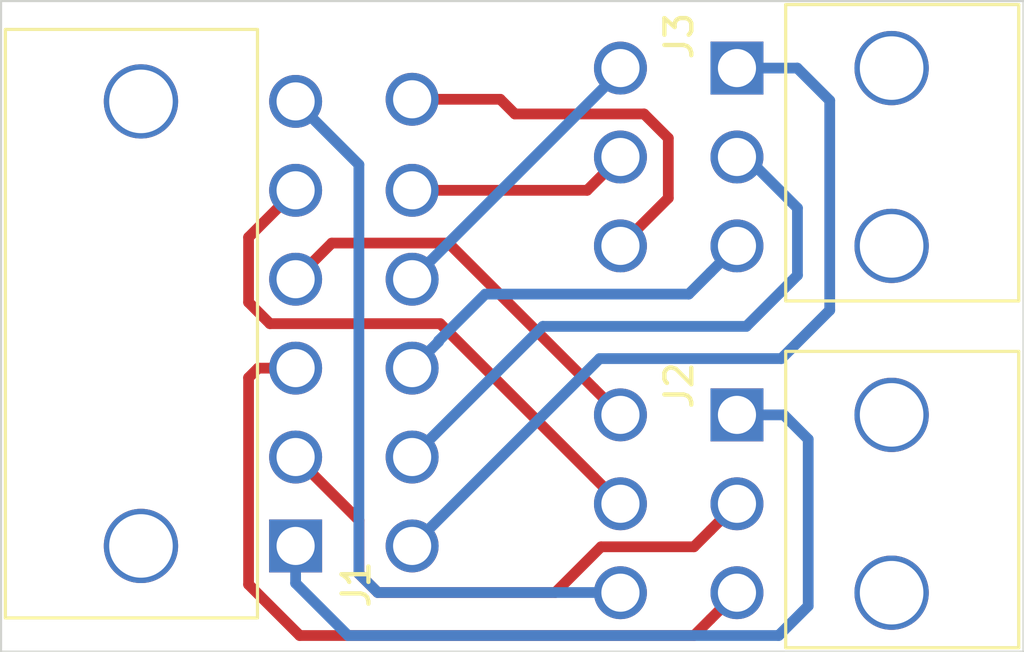
<source format=kicad_pcb>
(kicad_pcb (version 4) (host pcbnew 4.0.7-e1-6374~58~ubuntu16.04.1)

  (general
    (links 12)
    (no_connects 12)
    (area 81.737999 82.880999 130.098001 113.715001)
    (thickness 1.6)
    (drawings 4)
    (tracks 65)
    (zones 0)
    (modules 3)
    (nets 13)
  )

  (page USLetter)
  (layers
    (0 F.Cu signal)
    (31 B.Cu signal)
    (32 B.Adhes user)
    (33 F.Adhes user)
    (34 B.Paste user)
    (35 F.Paste user)
    (36 B.SilkS user)
    (37 F.SilkS user)
    (38 B.Mask user)
    (39 F.Mask user)
    (40 Dwgs.User user)
    (41 Cmts.User user)
    (42 Eco1.User user)
    (43 Eco2.User user)
    (44 Edge.Cuts user)
    (45 Margin user)
    (46 B.CrtYd user)
    (47 F.CrtYd user)
    (48 B.Fab user)
    (49 F.Fab user)
  )

  (setup
    (last_trace_width 0.508)
    (user_trace_width 0.254)
    (user_trace_width 0.346)
    (user_trace_width 0.508)
    (user_trace_width 1)
    (trace_clearance 0.2032)
    (zone_clearance 0.508)
    (zone_45_only yes)
    (trace_min 0.254)
    (segment_width 0.2)
    (edge_width 0.1)
    (via_size 1)
    (via_drill 0.6)
    (via_min_size 0.4)
    (via_min_drill 0.3)
    (user_via 0.8 0.4)
    (user_via 1 0.6)
    (user_via 1.5 0.8)
    (uvia_size 1)
    (uvia_drill 0.6)
    (uvias_allowed no)
    (uvia_min_size 0)
    (uvia_min_drill 0)
    (pcb_text_width 0.2032)
    (pcb_text_size 1.27 1.27)
    (mod_edge_width 0.15)
    (mod_text_size 1.27 1.27)
    (mod_text_width 0.2032)
    (pad_size 3.9 3.9)
    (pad_drill 3.5)
    (pad_to_mask_clearance 0)
    (aux_axis_origin 0 0)
    (grid_origin 11.938 11.938)
    (visible_elements FFFFFF7F)
    (pcbplotparams
      (layerselection 0x010f0_80000001)
      (usegerberextensions true)
      (excludeedgelayer true)
      (linewidth 0.100000)
      (plotframeref false)
      (viasonmask true)
      (mode 1)
      (useauxorigin false)
      (hpglpennumber 1)
      (hpglpenspeed 20)
      (hpglpendiameter 15)
      (hpglpenoverlay 2)
      (psnegative false)
      (psa4output false)
      (plotreference true)
      (plotvalue true)
      (plotinvisibletext false)
      (padsonsilk false)
      (subtractmaskfromsilk false)
      (outputformat 1)
      (mirror false)
      (drillshape 0)
      (scaleselection 1)
      (outputdirectory Gerber/))
  )

  (net 0 "")
  (net 1 "Net-(J1-Pad12)")
  (net 2 "Net-(J1-Pad11)")
  (net 3 "Net-(J1-Pad10)")
  (net 4 "Net-(J1-Pad9)")
  (net 5 "Net-(J1-Pad8)")
  (net 6 "Net-(J1-Pad7)")
  (net 7 "Net-(J1-Pad6)")
  (net 8 "Net-(J1-Pad5)")
  (net 9 "Net-(J1-Pad4)")
  (net 10 "Net-(J1-Pad1)")
  (net 11 "Net-(J1-Pad2)")
  (net 12 "Net-(J1-Pad3)")

  (net_class Default "This is the default net class."
    (clearance 0.2032)
    (trace_width 0.254)
    (via_dia 1)
    (via_drill 0.6)
    (uvia_dia 1)
    (uvia_drill 0.6)
    (add_net "Net-(J1-Pad1)")
    (add_net "Net-(J1-Pad10)")
    (add_net "Net-(J1-Pad11)")
    (add_net "Net-(J1-Pad12)")
    (add_net "Net-(J1-Pad2)")
    (add_net "Net-(J1-Pad3)")
    (add_net "Net-(J1-Pad4)")
    (add_net "Net-(J1-Pad5)")
    (add_net "Net-(J1-Pad6)")
    (add_net "Net-(J1-Pad7)")
    (add_net "Net-(J1-Pad8)")
    (add_net "Net-(J1-Pad9)")
  )

  (module Connectors:649006227222 (layer F.Cu) (tedit 593D97E4) (tstamp 59939752)
    (at 123.825 90.297 90)
    (path /5993713E)
    (fp_text reference J3 (at 5.715 -10.033 90) (layer F.SilkS)
      (effects (font (size 1.27 1.27) (thickness 0.2032)))
    )
    (fp_text value 649006227222 (at 11.3 0.6 180) (layer F.Fab) hide
      (effects (font (size 1.27 1.27) (thickness 0.2032)))
    )
    (fp_line (start 7.2 -5) (end 7.2 6) (layer F.SilkS) (width 0.15))
    (fp_line (start -6.8 6) (end -6.8 -5) (layer F.SilkS) (width 0.15))
    (fp_line (start 7.2 -5) (end -6.8 -5) (layer F.SilkS) (width 0.15))
    (fp_line (start 7.2 6) (end -6.8 6) (layer F.SilkS) (width 0.15))
    (pad 7 thru_hole circle (at 4.2 0 90) (size 3.508 3.508) (drill 3) (layers *.Cu *.Mask))
    (pad 3 thru_hole circle (at -4.2 -7.3 90) (size 2.5 2.5) (drill 1.8) (layers *.Cu *.Mask)
      (net 4 "Net-(J1-Pad9)"))
    (pad 2 thru_hole circle (at 0 -7.3 90) (size 2.5 2.5) (drill 1.8) (layers *.Cu *.Mask)
      (net 5 "Net-(J1-Pad8)"))
    (pad 1 thru_hole rect (at 4.2 -7.3 90) (size 2.5 2.5) (drill 1.8) (layers *.Cu *.Mask)
      (net 6 "Net-(J1-Pad7)"))
    (pad 4 thru_hole circle (at 4.2 -12.8 90) (size 2.5 2.5) (drill 1.8) (layers *.Cu *.Mask)
      (net 3 "Net-(J1-Pad10)"))
    (pad 5 thru_hole circle (at 0 -12.8 90) (size 2.5 2.5) (drill 1.8) (layers *.Cu *.Mask)
      (net 2 "Net-(J1-Pad11)"))
    (pad 6 thru_hole circle (at -4.2 -12.8 90) (size 2.5 2.5) (drill 1.8) (layers *.Cu *.Mask)
      (net 1 "Net-(J1-Pad12)"))
    (pad 8 thru_hole circle (at -4.2 0 90) (size 3.508 3.508) (drill 3) (layers *.Cu *.Mask))
    (model Connectors/649006227222.wrl
      (at (xyz 0 -0.005 0.21))
      (scale (xyz 0.3937 0.3937 0.3937))
      (rotate (xyz 0 0 0))
    )
  )

  (module Connectors:649006227222 (layer F.Cu) (tedit 593D97E4) (tstamp 59939742)
    (at 123.825 106.68 90)
    (path /599372BE)
    (fp_text reference J2 (at 5.588 -10.033 90) (layer F.SilkS)
      (effects (font (size 1.27 1.27) (thickness 0.2032)))
    )
    (fp_text value 649006227222 (at 11.3 0.6 180) (layer F.Fab) hide
      (effects (font (size 1.27 1.27) (thickness 0.2032)))
    )
    (fp_line (start 7.2 6) (end -6.8 6) (layer F.SilkS) (width 0.15))
    (fp_line (start 7.2 -5) (end -6.8 -5) (layer F.SilkS) (width 0.15))
    (fp_line (start -6.8 6) (end -6.8 -5) (layer F.SilkS) (width 0.15))
    (fp_line (start 7.2 -5) (end 7.2 6) (layer F.SilkS) (width 0.15))
    (pad 8 thru_hole circle (at -4.2 0 90) (size 3.508 3.508) (drill 3) (layers *.Cu *.Mask))
    (pad 6 thru_hole circle (at -4.2 -12.8 90) (size 2.5 2.5) (drill 1.8) (layers *.Cu *.Mask)
      (net 7 "Net-(J1-Pad6)"))
    (pad 5 thru_hole circle (at 0 -12.8 90) (size 2.5 2.5) (drill 1.8) (layers *.Cu *.Mask)
      (net 8 "Net-(J1-Pad5)"))
    (pad 4 thru_hole circle (at 4.2 -12.8 90) (size 2.5 2.5) (drill 1.8) (layers *.Cu *.Mask)
      (net 9 "Net-(J1-Pad4)"))
    (pad 1 thru_hole rect (at 4.2 -7.3 90) (size 2.5 2.5) (drill 1.8) (layers *.Cu *.Mask)
      (net 10 "Net-(J1-Pad1)"))
    (pad 2 thru_hole circle (at 0 -7.3 90) (size 2.5 2.5) (drill 1.8) (layers *.Cu *.Mask)
      (net 11 "Net-(J1-Pad2)"))
    (pad 3 thru_hole circle (at -4.2 -7.3 90) (size 2.5 2.5) (drill 1.8) (layers *.Cu *.Mask)
      (net 12 "Net-(J1-Pad3)"))
    (pad 7 thru_hole circle (at 4.2 0 90) (size 3.508 3.508) (drill 3) (layers *.Cu *.Mask))
    (model Connectors/649006227222.wrl
      (at (xyz 0 -0.005 0.21))
      (scale (xyz 0.3937 0.3937 0.3937))
      (rotate (xyz 0 0 0))
    )
  )

  (module Connectors:649012227222 (layer F.Cu) (tedit 59937039) (tstamp 59939732)
    (at 88.392 98.171 270)
    (path /599373EA)
    (fp_text reference J1 (at 12.319 -10.16 270) (layer F.SilkS)
      (effects (font (size 1.27 1.27) (thickness 0.2032)))
    )
    (fp_text value 649012227222 (at 0 8 270) (layer F.Fab) hide
      (effects (font (size 1.27 1.27) (thickness 0.2032)))
    )
    (fp_line (start -13.9 -5.5) (end -13.9 6.4) (layer F.SilkS) (width 0.15))
    (fp_line (start 13.9 -5.5) (end 13.9 6.4) (layer F.SilkS) (width 0.15))
    (fp_line (start -13.9 6.4) (end 13.9 6.4) (layer F.SilkS) (width 0.15))
    (fp_line (start -13.9 -5.5) (end 13.9 -5.5) (layer F.SilkS) (width 0.15))
    (pad 14 thru_hole circle (at -10.5 0 270) (size 3.508 3.508) (drill 3) (layers *.Cu *.Mask))
    (pad 12 thru_hole circle (at -10.6 -12.8 270) (size 2.5 2.5) (drill 1.8) (layers *.Cu *.Mask)
      (net 1 "Net-(J1-Pad12)"))
    (pad 11 thru_hole circle (at -6.3 -12.8 270) (size 2.5 2.5) (drill 1.8) (layers *.Cu *.Mask)
      (net 2 "Net-(J1-Pad11)"))
    (pad 10 thru_hole circle (at -2.1 -12.8 270) (size 2.5 2.5) (drill 1.8) (layers *.Cu *.Mask)
      (net 3 "Net-(J1-Pad10)"))
    (pad 9 thru_hole circle (at 2.1 -12.8 270) (size 2.5 2.5) (drill 1.8) (layers *.Cu *.Mask)
      (net 4 "Net-(J1-Pad9)"))
    (pad 8 thru_hole circle (at 6.3 -12.8 270) (size 2.5 2.5) (drill 1.8) (layers *.Cu *.Mask)
      (net 5 "Net-(J1-Pad8)"))
    (pad 7 thru_hole circle (at 10.5 -12.8 270) (size 2.5 2.5) (drill 1.8) (layers *.Cu *.Mask)
      (net 6 "Net-(J1-Pad7)"))
    (pad 6 thru_hole circle (at -10.5 -7.3 270) (size 2.5 2.5) (drill 1.8) (layers *.Cu *.Mask)
      (net 7 "Net-(J1-Pad6)"))
    (pad 5 thru_hole circle (at -6.3 -7.3 270) (size 2.5 2.5) (drill 1.8) (layers *.Cu *.Mask)
      (net 8 "Net-(J1-Pad5)"))
    (pad 4 thru_hole circle (at -2.1 -7.3 270) (size 2.5 2.5) (drill 1.8) (layers *.Cu *.Mask)
      (net 9 "Net-(J1-Pad4)"))
    (pad 1 thru_hole rect (at 10.5 -7.3 270) (size 2.5 2.5) (drill 1.8) (layers *.Cu *.Mask)
      (net 10 "Net-(J1-Pad1)"))
    (pad 2 thru_hole circle (at 6.3 -7.3 270) (size 2.5 2.5) (drill 1.8) (layers *.Cu *.Mask)
      (net 11 "Net-(J1-Pad2)"))
    (pad 3 thru_hole circle (at 2.1 -7.3 270) (size 2.5 2.5) (drill 1.8) (layers *.Cu *.Mask)
      (net 12 "Net-(J1-Pad3)"))
    (pad 13 thru_hole circle (at 10.5 0 270) (size 3.508 3.508) (drill 3) (layers *.Cu *.Mask))
    (model ${KISYS3DMOD}/Connectors/649012227222.wrl
      (at (xyz 0 -0.004921259842519685 0.1968503937007874))
      (scale (xyz 0.3937 0.3937 0.3937))
      (rotate (xyz 0 0 0))
    )
  )

  (gr_line (start 130.048 82.931) (end 81.788 82.931) (layer Edge.Cuts) (width 0.1))
  (gr_line (start 130.048 113.665) (end 130.048 82.931) (layer Edge.Cuts) (width 0.1))
  (gr_line (start 81.788 113.665) (end 130.048 113.665) (layer Edge.Cuts) (width 0.1))
  (gr_line (start 81.788 82.931) (end 81.788 113.665) (layer Edge.Cuts) (width 0.1))

  (segment (start 101.192 87.571) (end 105.351 87.571) (width 0.508) (layer F.Cu) (net 1))
  (segment (start 112.141 88.265) (end 113.284 89.408) (width 0.508) (layer F.Cu) (net 1))
  (segment (start 113.284 89.408) (end 113.284 92.238) (width 0.508) (layer F.Cu) (net 1))
  (segment (start 105.351 87.571) (end 106.045 88.265) (width 0.508) (layer F.Cu) (net 1))
  (segment (start 106.045 88.265) (end 112.141 88.265) (width 0.508) (layer F.Cu) (net 1))
  (segment (start 113.284 92.238) (end 111.025 94.497) (width 0.508) (layer F.Cu) (net 1))
  (segment (start 101.192 91.871) (end 109.451 91.871) (width 0.508) (layer F.Cu) (net 2))
  (segment (start 109.451 91.871) (end 111.025 90.297) (width 0.508) (layer F.Cu) (net 2))
  (segment (start 101.192 96.071) (end 111.025 86.238) (width 0.508) (layer B.Cu) (net 3))
  (segment (start 111.025 86.238) (end 111.025 86.097) (width 0.508) (layer B.Cu) (net 3))
  (segment (start 115.275001 95.746999) (end 116.525 94.497) (width 0.508) (layer B.Cu) (net 4))
  (segment (start 114.248 96.774) (end 115.275001 95.746999) (width 0.508) (layer B.Cu) (net 4))
  (segment (start 104.648 96.774) (end 114.248 96.774) (width 0.508) (layer B.Cu) (net 4))
  (segment (start 102.441999 98.980001) (end 104.648 96.774) (width 0.508) (layer B.Cu) (net 4))
  (segment (start 102.441999 99.021001) (end 102.441999 98.980001) (width 0.508) (layer B.Cu) (net 4))
  (segment (start 101.192 100.271) (end 102.441999 99.021001) (width 0.508) (layer B.Cu) (net 4))
  (segment (start 101.192 104.471) (end 107.365 98.298) (width 0.508) (layer B.Cu) (net 5))
  (segment (start 107.365 98.298) (end 116.967 98.298) (width 0.508) (layer B.Cu) (net 5))
  (segment (start 116.967 98.298) (end 119.38 95.885) (width 0.508) (layer B.Cu) (net 5))
  (segment (start 119.38 95.885) (end 119.38 92.71) (width 0.508) (layer B.Cu) (net 5))
  (segment (start 119.38 92.71) (end 116.967 90.297) (width 0.508) (layer B.Cu) (net 5))
  (segment (start 116.967 90.297) (end 116.525 90.297) (width 0.508) (layer B.Cu) (net 5))
  (segment (start 101.192 108.671) (end 110.041 99.822) (width 0.508) (layer B.Cu) (net 6))
  (segment (start 110.041 99.822) (end 118.618 99.822) (width 0.508) (layer B.Cu) (net 6))
  (segment (start 118.618 99.822) (end 120.904 97.536) (width 0.508) (layer B.Cu) (net 6))
  (segment (start 119.371 86.097) (end 116.525 86.097) (width 0.508) (layer B.Cu) (net 6))
  (segment (start 120.904 97.536) (end 120.904 87.63) (width 0.508) (layer B.Cu) (net 6))
  (segment (start 120.904 87.63) (end 119.371 86.097) (width 0.508) (layer B.Cu) (net 6))
  (segment (start 95.692 87.671) (end 98.679 90.658) (width 0.508) (layer B.Cu) (net 7))
  (segment (start 98.679 90.658) (end 98.679 109.982) (width 0.508) (layer B.Cu) (net 7))
  (segment (start 98.679 109.982) (end 99.568 110.871) (width 0.508) (layer B.Cu) (net 7))
  (segment (start 99.568 110.871) (end 111.016 110.871) (width 0.508) (layer B.Cu) (net 7))
  (segment (start 111.016 110.871) (end 111.025 110.88) (width 0.508) (layer B.Cu) (net 7))
  (segment (start 95.692 91.871) (end 93.472 94.091) (width 0.508) (layer F.Cu) (net 8))
  (segment (start 93.472 94.091) (end 93.472 97.163256) (width 0.508) (layer F.Cu) (net 8))
  (segment (start 94.479744 98.171) (end 102.516 98.171) (width 0.508) (layer F.Cu) (net 8))
  (segment (start 93.472 97.163256) (end 94.479744 98.171) (width 0.508) (layer F.Cu) (net 8))
  (segment (start 102.516 98.171) (end 109.775001 105.430001) (width 0.508) (layer F.Cu) (net 8))
  (segment (start 109.775001 105.430001) (end 111.025 106.68) (width 0.508) (layer F.Cu) (net 8))
  (segment (start 95.692 96.071) (end 97.399201 94.363799) (width 0.508) (layer F.Cu) (net 9))
  (segment (start 97.399201 94.363799) (end 102.908799 94.363799) (width 0.508) (layer F.Cu) (net 9))
  (segment (start 102.908799 94.363799) (end 109.775001 101.230001) (width 0.508) (layer F.Cu) (net 9))
  (segment (start 109.775001 101.230001) (end 111.025 102.48) (width 0.508) (layer F.Cu) (net 9))
  (segment (start 95.692 108.671) (end 95.692 110.429) (width 0.508) (layer B.Cu) (net 10))
  (segment (start 95.692 110.429) (end 98.166 112.903) (width 0.508) (layer B.Cu) (net 10))
  (segment (start 98.166 112.903) (end 118.491 112.903) (width 0.508) (layer B.Cu) (net 10))
  (segment (start 118.491 112.903) (end 119.888 111.506) (width 0.508) (layer B.Cu) (net 10))
  (segment (start 119.888 111.506) (end 119.888 103.632) (width 0.508) (layer B.Cu) (net 10))
  (segment (start 119.888 103.632) (end 118.736 102.48) (width 0.508) (layer B.Cu) (net 10))
  (segment (start 118.736 102.48) (end 116.525 102.48) (width 0.508) (layer B.Cu) (net 10))
  (segment (start 95.692 104.471) (end 98.679 107.458) (width 0.508) (layer F.Cu) (net 11))
  (segment (start 99.568 110.871) (end 107.95 110.871) (width 0.508) (layer F.Cu) (net 11))
  (segment (start 115.275001 107.929999) (end 116.525 106.68) (width 0.508) (layer F.Cu) (net 11))
  (segment (start 98.679 107.458) (end 98.679 109.982) (width 0.508) (layer F.Cu) (net 11))
  (segment (start 98.679 109.982) (end 99.568 110.871) (width 0.508) (layer F.Cu) (net 11))
  (segment (start 107.95 110.871) (end 110.109 108.712) (width 0.508) (layer F.Cu) (net 11))
  (segment (start 110.109 108.712) (end 114.493 108.712) (width 0.508) (layer F.Cu) (net 11))
  (segment (start 114.493 108.712) (end 115.275001 107.929999) (width 0.508) (layer F.Cu) (net 11))
  (segment (start 95.692 100.271) (end 93.924234 100.271) (width 0.508) (layer F.Cu) (net 12))
  (segment (start 93.924234 100.271) (end 93.472 100.723234) (width 0.508) (layer F.Cu) (net 12))
  (segment (start 93.472 100.723234) (end 93.472 110.49) (width 0.508) (layer F.Cu) (net 12))
  (segment (start 95.885 112.903) (end 114.502 112.903) (width 0.508) (layer F.Cu) (net 12))
  (segment (start 93.472 110.49) (end 95.885 112.903) (width 0.508) (layer F.Cu) (net 12))
  (segment (start 114.502 112.903) (end 115.275001 112.129999) (width 0.508) (layer F.Cu) (net 12))
  (segment (start 115.275001 112.129999) (end 116.525 110.88) (width 0.508) (layer F.Cu) (net 12))

)

</source>
